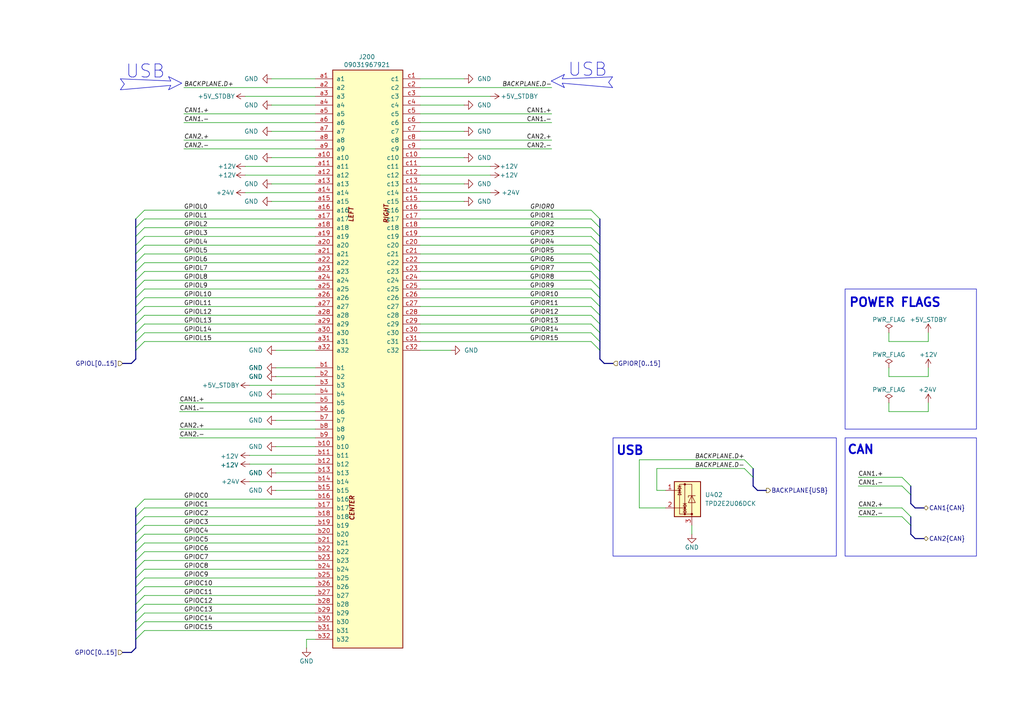
<source format=kicad_sch>
(kicad_sch (version 20250114) (generator "eeschema") (generator_version "9.0")
  (paper "A4")
  (title_block (title "ModuCard GPIO module") (date "2025-04-19") (rev "1.0.0") (company "KoNaR") (comment 1 "Base project authors: Dominik Pluta, Artem Horiunov") (comment 2 "Project author: Dominik Pluta"))
  (lib_symbols
    (symbol "DIN41612_3x32:09031967921" (pin_names (offset 1.016))
      (property "Reference" "J" (at 0 88.9 0))
      (property "Value" "09031967921" (at 0 86.36 0))
      (symbol "09031967921_0_0"
        (rectangle (start -10.16 83.82) (end 10.16 -83.82) (stroke (width 0.254)) (fill (type background)))
      )
      (symbol "09031967921_1_1"
        (text "LEFT" (at -4.826 41.91 900) (effects (font (size 1.27 1.27) (bold yes) (italic yes))))
        (text "CENTER" (at -4.572 -43.18 900) (effects (font (size 1.27 1.27) (bold yes) (italic yes))))
        (text "RIGHT" (at 5.334 42.164 900) (effects (font (size 1.27 1.27) (bold yes) (italic yes))))
        (pin passive line (at -15.24 81.28 0) (length 5.08) (name "a1") (number "a1"))
        (pin passive line (at -15.24 78.74 0) (length 5.08) (name "a2") (number "a2"))
        (pin passive line (at -15.24 76.2 0) (length 5.08) (name "a3") (number "a3"))
        (pin passive line (at -15.24 73.66 0) (length 5.08) (name "a4") (number "a4"))
        (pin passive line (at -15.24 71.12 0) (length 5.08) (name "a5") (number "a5"))
        (pin passive line (at -15.24 68.58 0) (length 5.08) (name "a6") (number "a6"))
        (pin passive line (at -15.24 66.04 0) (length 5.08) (name "a7") (number "a7"))
        (pin passive line (at -15.24 63.5 0) (length 5.08) (name "a8") (number "a8"))
        (pin passive line (at -15.24 60.96 0) (length 5.08) (name "a9") (number "a9"))
        (pin passive line (at -15.24 58.42 0) (length 5.08) (name "a10") (number "a10"))
        (pin passive line (at -15.24 55.88 0) (length 5.08) (name "a11") (number "a11"))
        (pin passive line (at -15.24 53.34 0) (length 5.08) (name "a12") (number "a12"))
        (pin passive line (at -15.24 50.8 0) (length 5.08) (name "a13") (number "a13"))
        (pin passive line (at -15.24 48.26 0) (length 5.08) (name "a14") (number "a14"))
        (pin passive line (at -15.24 45.72 0) (length 5.08) (name "a15") (number "a15"))
        (pin passive line (at -15.24 43.18 0) (length 5.08) (name "a16") (number "a16"))
        (pin passive line (at -15.24 40.64 0) (length 5.08) (name "a17") (number "a17"))
        (pin passive line (at -15.24 38.1 0) (length 5.08) (name "a18") (number "a18"))
        (pin passive line (at -15.24 35.56 0) (length 5.08) (name "a19") (number "a19"))
        (pin passive line (at -15.24 33.02 0) (length 5.08) (name "a20") (number "a20"))
        (pin passive line (at -15.24 30.48 0) (length 5.08) (name "a21") (number "a21"))
        (pin passive line (at -15.24 27.94 0) (length 5.08) (name "a22") (number "a22"))
        (pin passive line (at -15.24 25.4 0) (length 5.08) (name "a23") (number "a23"))
        (pin passive line (at -15.24 22.86 0) (length 5.08) (name "a24") (number "a24"))
        (pin passive line (at -15.24 20.32 0) (length 5.08) (name "a25") (number "a25"))
        (pin passive line (at -15.24 17.78 0) (length 5.08) (name "a26") (number "a26"))
        (pin passive line (at -15.24 15.24 0) (length 5.08) (name "a27") (number "a27"))
        (pin passive line (at -15.24 12.7 0) (length 5.08) (name "a28") (number "a28"))
        (pin passive line (at -15.24 10.16 0) (length 5.08) (name "a29") (number "a29"))
        (pin passive line (at -15.24 7.62 0) (length 5.08) (name "a30") (number "a30"))
        (pin passive line (at -15.24 5.08 0) (length 5.08) (name "a31") (number "a31"))
        (pin passive line (at -15.24 2.54 0) (length 5.08) (name "a32") (number "a32"))
        (pin passive line (at -15.24 -2.54 0) (length 5.08) (name "b1") (number "b1"))
        (pin passive line (at -15.24 -5.08 0) (length 5.08) (name "b2") (number "b2"))
        (pin passive line (at -15.24 -7.62 0) (length 5.08) (name "b3") (number "b3"))
        (pin passive line (at -15.24 -10.16 0) (length 5.08) (name "b4") (number "b4"))
        (pin passive line (at -15.24 -12.7 0) (length 5.08) (name "b5") (number "b5"))
        (pin passive line (at -15.24 -15.24 0) (length 5.08) (name "b6") (number "b6"))
        (pin passive line (at -15.24 -17.78 0) (length 5.08) (name "b7") (number "b7"))
        (pin passive line (at -15.24 -20.32 0) (length 5.08) (name "b8") (number "b8"))
        (pin passive line (at -15.24 -22.86 0) (length 5.08) (name "b9") (number "b9"))
        (pin passive line (at -15.24 -25.4 0) (length 5.08) (name "b10") (number "b10"))
        (pin passive line (at -15.24 -27.94 0) (length 5.08) (name "b11") (number "b11"))
        (pin passive line (at -15.24 -30.48 0) (length 5.08) (name "b12") (number "b12"))
        (pin passive line (at -15.24 -33.02 0) (length 5.08) (name "b13") (number "b13"))
        (pin passive line (at -15.24 -35.56 0) (length 5.08) (name "b14") (number "b14"))
        (pin passive line (at -15.24 -38.1 0) (length 5.08) (name "b15") (number "b15"))
        (pin passive line (at -15.24 -40.64 0) (length 5.08) (name "b16") (number "b16"))
        (pin passive line (at -15.24 -43.18 0) (length 5.08) (name "b17") (number "b17"))
        (pin passive line (at -15.24 -45.72 0) (length 5.08) (name "b18") (number "b18"))
        (pin passive line (at -15.24 -48.26 0) (length 5.08) (name "b19") (number "b19"))
        (pin passive line (at -15.24 -50.8 0) (length 5.08) (name "b20") (number "b20"))
        (pin passive line (at -15.24 -53.34 0) (length 5.08) (name "b21") (number "b21"))
        (pin passive line (at -15.24 -55.88 0) (length 5.08) (name "b22") (number "b22"))
        (pin passive line (at -15.24 -58.42 0) (length 5.08) (name "b23") (number "b23"))
        (pin passive line (at -15.24 -60.96 0) (length 5.08) (name "b24") (number "b24"))
        (pin passive line (at -15.24 -63.5 0) (length 5.08) (name "b25") (number "b25"))
        (pin passive line (at -15.24 -66.04 0) (length 5.08) (name "b26") (number "b26"))
        (pin passive line (at -15.24 -68.58 0) (length 5.08) (name "b27") (number "b27"))
        (pin passive line (at -15.24 -71.12 0) (length 5.08) (name "b28") (number "b28"))
        (pin passive line (at -15.24 -73.66 0) (length 5.08) (name "b29") (number "b29"))
        (pin passive line (at -15.24 -76.2 0) (length 5.08) (name "b30") (number "b30"))
        (pin passive line (at -15.24 -78.74 0) (length 5.08) (name "b31") (number "b31"))
        (pin passive line (at -15.24 -81.28 0) (length 5.08) (name "b32") (number "b32"))
        (pin passive line (at 15.24 81.28 180) (length 5.08) (name "c1") (number "c1"))
        (pin passive line (at 15.24 78.74 180) (length 5.08) (name "c2") (number "c2"))
        (pin passive line (at 15.24 76.2 180) (length 5.08) (name "c3") (number "c3"))
        (pin passive line (at 15.24 73.66 180) (length 5.08) (name "c4") (number "c4"))
        (pin passive line (at 15.24 71.12 180) (length 5.08) (name "c5") (number "c5"))
        (pin passive line (at 15.24 68.58 180) (length 5.08) (name "c6") (number "c6"))
        (pin passive line (at 15.24 66.04 180) (length 5.08) (name "c7") (number "c7"))
        (pin passive line (at 15.24 63.5 180) (length 5.08) (name "c8") (number "c8"))
        (pin passive line (at 15.24 60.96 180) (length 5.08) (name "c9") (number "c9"))
        (pin passive line (at 15.24 58.42 180) (length 5.08) (name "c10") (number "c10"))
        (pin passive line (at 15.24 55.88 180) (length 5.08) (name "c11") (number "c11"))
        (pin passive line (at 15.24 53.34 180) (length 5.08) (name "c12") (number "c12"))
        (pin passive line (at 15.24 50.8 180) (length 5.08) (name "c13") (number "c13"))
        (pin passive line (at 15.24 48.26 180) (length 5.08) (name "c14") (number "c14"))
        (pin passive line (at 15.24 45.72 180) (length 5.08) (name "c15") (number "c15"))
        (pin passive line (at 15.24 43.18 180) (length 5.08) (name "c16") (number "c16"))
        (pin passive line (at 15.24 40.64 180) (length 5.08) (name "c17") (number "c17"))
        (pin passive line (at 15.24 38.1 180) (length 5.08) (name "c18") (number "c18"))
        (pin passive line (at 15.24 35.56 180) (length 5.08) (name "c19") (number "c19"))
        (pin passive line (at 15.24 33.02 180) (length 5.08) (name "c20") (number "c20"))
        (pin passive line (at 15.24 30.48 180) (length 5.08) (name "c21") (number "c21"))
        (pin passive line (at 15.24 27.94 180) (length 5.08) (name "c22") (number "c22"))
        (pin passive line (at 15.24 25.4 180) (length 5.08) (name "c23") (number "c23"))
        (pin passive line (at 15.24 22.86 180) (length 5.08) (name "c24") (number "c24"))
        (pin passive line (at 15.24 20.32 180) (length 5.08) (name "c25") (number "c25"))
        (pin passive line (at 15.24 17.78 180) (length 5.08) (name "c26") (number "c26"))
        (pin passive line (at 15.24 15.24 180) (length 5.08) (name "c27") (number "c27"))
        (pin passive line (at 15.24 12.7 180) (length 5.08) (name "c28") (number "c28"))
        (pin passive line (at 15.24 10.16 180) (length 5.08) (name "c29") (number "c29"))
        (pin passive line (at 15.24 7.62 180) (length 5.08) (name "c30") (number "c30"))
        (pin passive line (at 15.24 5.08 180) (length 5.08) (name "c31") (number "c31"))
        (pin passive line (at 15.24 2.54 180) (length 5.08) (name "c32") (number "c32"))
      )
    )
    (symbol "Power_Protection:TPD2E2U06DCK"
      (property "Reference" "U" (at -3.81 6.35 0))
      (property "Value" "TPD2E2U06DCK" (at 0.508 -6.35 0))
      (symbol "TPD2E2U06DCK_0_1"
        (rectangle (start -5.08 5.08) (end 2.54 -5.08) (stroke (width 0.254)) (fill (type background)))
        (rectangle (start -3.556 4.318) (end 0 -4.318))
        (polyline (pts (xy -3.556 3.81) (xy -4.064 3.048) (xy -3.048 3.048) (xy -3.556 3.81)))
        (circle (center -3.556 2.54) (radius 0.254) (fill (type outline)))
        (polyline (pts (xy -3.556 2.54) (xy -5.08 2.54)))
        (polyline (pts (xy -3.556 2.032) (xy -4.064 1.27) (xy -3.048 1.27) (xy -3.556 2.032)))
        (polyline (pts (xy -3.048 3.81) (xy -4.064 3.81)))
        (polyline (pts (xy -3.048 2.032) (xy -4.064 2.032)))
        (circle (center -2.032 4.318) (radius 0.254) (fill (type outline)))
        (polyline (pts (xy -2.032 -1.27) (xy -2.54 -2.032) (xy -1.524 -2.032) (xy -2.032 -1.27)))
        (circle (center -2.032 -2.54) (radius 0.254) (fill (type outline)))
        (polyline (pts (xy -2.032 -2.54) (xy -5.08 -2.54)))
        (polyline (pts (xy -2.032 -3.048) (xy -2.54 -3.81) (xy -1.524 -3.81) (xy -2.032 -3.048)))
        (circle (center -2.032 -4.318) (radius 0.254) (fill (type outline)))
        (polyline (pts (xy -2.032 -4.318) (xy -2.032 4.318)))
        (polyline (pts (xy -1.524 -1.27) (xy -2.54 -1.27)))
        (polyline (pts (xy -1.524 -3.048) (xy -2.54 -3.048)))
        (polyline (pts (xy 0 1.016) (xy 1.016 -1.016) (xy -1.016 -1.016) (xy 0 1.016)))
        (polyline (pts (xy 0 -4.318) (xy 0 -5.08)))
        (circle (center 0 -4.318) (radius 0.254) (fill (type outline)))
        (polyline (pts (xy 1.016 1.016) (xy -1.016 1.016) (xy -1.016 0.508)))
      )
      (symbol "TPD2E2U06DCK_1_1"
        (pin passive line (at -7.62 2.54 0) (length 2.54) (name "~") (number "1"))
        (pin passive line (at -7.62 -2.54 0) (length 2.54) (name "~") (number "2"))
        (pin passive line (at 0 -7.62 90) (length 2.54) (name "~") (number "3"))
      )
    )
    (symbol "power:+12V" (power) (pin_numbers (hide yes)) (pin_names (offset 0) (hide yes))
      (property "Value" "+12V" (at 0 3.556 0))
      (symbol "+12V_0_1"
        (polyline (pts (xy -0.762 1.27) (xy 0 2.54)))
        (polyline (pts (xy 0 2.54) (xy 0.762 1.27)))
        (polyline (pts (xy 0 0) (xy 0 2.54)))
      )
      (symbol "+12V_1_1"
        (pin power_in line (at 0 0 90) (length 0) (name "~") (number "1"))
      )
    )
    (symbol "power:+5V" (power) (pin_numbers (hide yes)) (pin_names (offset 0) (hide yes))
      (property "Value" "+5V" (at 0 3.556 0))
      (symbol "+5V_0_1"
        (polyline (pts (xy -0.762 1.27) (xy 0 2.54)))
        (polyline (pts (xy 0 2.54) (xy 0.762 1.27)))
        (polyline (pts (xy 0 0) (xy 0 2.54)))
      )
      (symbol "+5V_1_1"
        (pin power_in line (at 0 0 90) (length 0) (name "~") (number "1"))
      )
    )
    (symbol "power:GND" (power) (pin_numbers (hide yes)) (pin_names (offset 0) (hide yes))
      (property "Value" "GND" (at 0 -3.81 0))
      (symbol "GND_0_1"
        (polyline (pts (xy 0 0) (xy 0 -1.27) (xy 1.27 -1.27) (xy 0 -2.54) (xy -1.27 -1.27) (xy 0 -1.27)))
      )
      (symbol "GND_1_1"
        (pin power_in line (at 0 0 270) (length 0) (name "~") (number "1"))
      )
    )
    (symbol "power:PWR_FLAG" (power) (pin_numbers (hide yes)) (pin_names (offset 0) (hide yes))
      (property "Value" "PWR_FLAG" (at 0 3.81 0))
      (symbol "PWR_FLAG_0_0"
        (pin power_out line (at 0 0 90) (length 0) (name "~") (number "1"))
      )
      (symbol "PWR_FLAG_0_1"
        (polyline (pts (xy 0 0) (xy 0 1.27) (xy -1.016 1.905) (xy 0 2.54) (xy 1.016 1.905) (xy 0 1.27)))
      )
    )
  )
  (rectangle (start 245.11 83.82) (end 283.21 124.46))
  (rectangle (start 245.11 127) (end 283.21 161.29))
  (rectangle (start 177.8 127) (end 242.57 161.29))
  (text "USB\n" (at 170.434 20.32 0) (effects (font (size 3.81 3.81))))
  (text "CAN" (at 245.618 130.556 0) (effects (font (size 2.54 2.54) (thickness 0.508) (bold yes)) (justify left)))
  (text "USB\n" (at 42.164 20.828 0) (effects (font (size 3.81 3.81))))
  (text "POWER FLAGS" (at 246.126 87.884 0) (effects (font (size 2.54 2.54) (thickness 0.508) (bold yes)) (justify left)))
  (text "USB" (at 178.562 130.81 0) (effects (font (size 2.54 2.54) (thickness 0.508) (bold yes)) (justify left)))
  (bus_entry (at 215.9 133.35) (size 2.54 2.54))
  (bus_entry (at 171.45 76.2) (size 2.54 2.54))
  (bus_entry (at 41.91 147.32) (size -2.54 2.54))
  (bus_entry (at 41.91 177.8) (size -2.54 2.54))
  (bus_entry (at 171.45 93.98) (size 2.54 2.54))
  (bus_entry (at 264.16 140.97) (size -2.54 -2.54))
  (bus_entry (at 171.45 63.5) (size 2.54 2.54))
  (bus_entry (at 41.91 152.4) (size -2.54 2.54))
  (bus_entry (at 41.91 165.1) (size -2.54 2.54))
  (bus_entry (at 41.91 170.18) (size -2.54 2.54))
  (bus_entry (at 171.45 86.36) (size 2.54 2.54))
  (bus_entry (at 41.91 91.44) (size -2.54 2.54))
  (bus_entry (at 171.45 91.44) (size 2.54 2.54))
  (bus_entry (at 41.91 81.28) (size -2.54 2.54))
  (bus_entry (at 41.91 182.88) (size -2.54 2.54))
  (bus_entry (at 41.91 66.04) (size -2.54 2.54))
  (bus_entry (at 41.91 180.34) (size -2.54 2.54))
  (bus_entry (at 41.91 149.86) (size -2.54 2.54))
  (bus_entry (at 41.91 73.66) (size -2.54 2.54))
  (bus_entry (at 41.91 60.96) (size -2.54 2.54))
  (bus_entry (at 41.91 160.02) (size -2.54 2.54))
  (bus_entry (at 171.45 66.04) (size 2.54 2.54))
  (bus_entry (at 41.91 175.26) (size -2.54 2.54))
  (bus_entry (at 215.9 135.89) (size 2.54 2.54))
  (bus_entry (at 41.91 154.94) (size -2.54 2.54))
  (bus_entry (at 171.45 60.96) (size 2.54 2.54))
  (bus_entry (at 41.91 83.82) (size -2.54 2.54))
  (bus_entry (at 171.45 88.9) (size 2.54 2.54))
  (bus_entry (at 41.91 68.58) (size -2.54 2.54))
  (bus_entry (at 41.91 167.64) (size -2.54 2.54))
  (bus_entry (at 171.45 83.82) (size 2.54 2.54))
  (bus_entry (at 171.45 78.74) (size 2.54 2.54))
  (bus_entry (at 41.91 157.48) (size -2.54 2.54))
  (bus_entry (at 41.91 144.78) (size -2.54 2.54))
  (bus_entry (at 41.91 71.12) (size -2.54 2.54))
  (bus_entry (at 264.16 152.4) (size -2.54 -2.54))
  (bus_entry (at 264.16 149.86) (size -2.54 -2.54))
  (bus_entry (at 41.91 86.36) (size -2.54 2.54))
  (bus_entry (at 41.91 162.56) (size -2.54 2.54))
  (bus_entry (at 41.91 78.74) (size -2.54 2.54))
  (bus_entry (at 171.45 73.66) (size 2.54 2.54))
  (bus_entry (at 171.45 71.12) (size 2.54 2.54))
  (bus_entry (at 171.45 81.28) (size 2.54 2.54))
  (bus_entry (at 41.91 172.72) (size -2.54 2.54))
  (bus_entry (at 41.91 63.5) (size -2.54 2.54))
  (bus_entry (at 171.45 99.06) (size 2.54 2.54))
  (bus_entry (at 264.16 143.51) (size -2.54 -2.54))
  (bus_entry (at 41.91 96.52) (size -2.54 2.54))
  (bus_entry (at 41.91 93.98) (size -2.54 2.54))
  (bus_entry (at 41.91 88.9) (size -2.54 2.54))
  (bus_entry (at 171.45 68.58) (size 2.54 2.54))
  (bus_entry (at 41.91 99.06) (size -2.54 2.54))
  (bus_entry (at 41.91 76.2) (size -2.54 2.54))
  (bus_entry (at 171.45 96.52) (size 2.54 2.54))
  (wire (pts (xy 121.92 50.8) (xy 142.24 50.8)))
  (bus (pts (xy 39.37 73.66) (xy 39.37 76.2)))
  (wire (pts (xy 91.44 165.1) (xy 41.91 165.1)))
  (bus (pts (xy 264.16 143.51) (xy 264.16 140.97)))
  (polyline (pts (xy 34.925 22.86) (xy 49.53 23.495)))
  (bus (pts (xy 39.37 154.94) (xy 39.37 157.48)))
  (wire (pts (xy 91.44 78.74) (xy 41.91 78.74)))
  (wire (pts (xy 130.81 101.6) (xy 121.92 101.6)))
  (bus (pts (xy 39.37 162.56) (xy 39.37 165.1)))
  (wire (pts (xy 171.45 83.82) (xy 121.92 83.82)))
  (wire (pts (xy 257.81 109.22) (xy 269.24 109.22)))
  (wire (pts (xy 261.62 149.86) (xy 248.92 149.86)))
  (bus (pts (xy 39.37 96.52) (xy 39.37 99.06)))
  (wire (pts (xy 121.92 63.5) (xy 171.45 63.5)))
  (polyline (pts (xy 159.893 23.495) (xy 163.703 25.4)))
  (bus (pts (xy 39.37 68.58) (xy 39.37 71.12)))
  (wire (pts (xy 257.81 116.84) (xy 257.81 119.38)))
  (wire (pts (xy 91.44 152.4) (xy 41.91 152.4)))
  (wire (pts (xy 53.34 33.02) (xy 91.44 33.02)))
  (bus (pts (xy 218.44 140.97) (xy 218.44 138.43)))
  (bus (pts (xy 173.99 83.82) (xy 173.99 86.36)))
  (wire (pts (xy 91.44 167.64) (xy 41.91 167.64)))
  (wire (pts (xy 71.12 50.8) (xy 91.44 50.8)))
  (bus (pts (xy 175.26 105.41) (xy 177.8 105.41)))
  (wire (pts (xy 52.07 127) (xy 91.44 127)))
  (bus (pts (xy 264.16 146.05) (xy 264.16 143.51)))
  (wire (pts (xy 121.92 40.64) (xy 160.02 40.64)))
  (bus (pts (xy 39.37 175.26) (xy 39.37 177.8)))
  (wire (pts (xy 261.62 147.32) (xy 248.92 147.32)))
  (wire (pts (xy 193.04 147.32) (xy 185.42 147.32)))
  (wire (pts (xy 91.44 182.88) (xy 41.91 182.88)))
  (wire (pts (xy 91.44 99.06) (xy 41.91 99.06)))
  (wire (pts (xy 78.74 53.34) (xy 91.44 53.34)))
  (bus (pts (xy 264.16 154.94) (xy 265.43 156.21)))
  (wire (pts (xy 78.74 30.48) (xy 91.44 30.48)))
  (polyline (pts (xy 163.068 24.13) (xy 177.673 25.4)))
  (wire (pts (xy 91.44 68.58) (xy 41.91 68.58)))
  (bus (pts (xy 39.37 177.8) (xy 39.37 180.34)))
  (bus (pts (xy 39.37 81.28) (xy 39.37 83.82)))
  (wire (pts (xy 91.44 76.2) (xy 41.91 76.2)))
  (wire (pts (xy 80.01 129.54) (xy 91.44 129.54)))
  (polyline (pts (xy 176.53 23.876) (xy 177.6563 22.2837)))
  (wire (pts (xy 171.45 88.9) (xy 121.92 88.9)))
  (bus (pts (xy 173.99 88.9) (xy 173.99 91.44)))
  (bus (pts (xy 38.1 189.23) (xy 39.37 187.96)))
  (bus (pts (xy 173.99 66.04) (xy 173.99 68.58)))
  (wire (pts (xy 185.42 133.35) (xy 185.42 147.32)))
  (bus (pts (xy 264.16 154.94) (xy 264.16 152.4)))
  (bus (pts (xy 173.99 96.52) (xy 173.99 99.06)))
  (polyline (pts (xy 48.895 22.225) (xy 52.705 24.13)))
  (polyline (pts (xy 36.068 24.384) (xy 34.925 22.86)))
  (wire (pts (xy 72.39 134.62) (xy 91.44 134.62)))
  (wire (pts (xy 269.24 106.68) (xy 269.24 109.22)))
  (wire (pts (xy 41.91 60.96) (xy 91.44 60.96)))
  (bus (pts (xy 175.26 105.41) (xy 173.99 104.14)))
  (wire (pts (xy 171.45 86.36) (xy 121.92 86.36)))
  (wire (pts (xy 171.45 93.98) (xy 121.92 93.98)))
  (wire (pts (xy 41.91 147.32) (xy 91.44 147.32)))
  (wire (pts (xy 53.34 25.4) (xy 91.44 25.4)))
  (wire (pts (xy 121.92 35.56) (xy 160.02 35.56)))
  (wire (pts (xy 121.92 66.04) (xy 171.45 66.04)))
  (wire (pts (xy 53.34 43.18) (xy 91.44 43.18)))
  (bus (pts (xy 39.37 170.18) (xy 39.37 172.72)))
  (wire (pts (xy 261.62 138.43) (xy 248.92 138.43)))
  (bus (pts (xy 39.37 86.36) (xy 39.37 88.9)))
  (wire (pts (xy 91.44 162.56) (xy 41.91 162.56)))
  (wire (pts (xy 91.44 86.36) (xy 41.91 86.36)))
  (wire (pts (xy 91.44 91.44) (xy 41.91 91.44)))
  (bus (pts (xy 39.37 152.4) (xy 39.37 154.94)))
  (wire (pts (xy 91.44 93.98) (xy 41.91 93.98)))
  (bus (pts (xy 38.1 105.41) (xy 39.37 104.14)))
  (wire (pts (xy 52.07 119.38) (xy 91.44 119.38)))
  (bus (pts (xy 265.43 147.32) (xy 267.97 147.32)))
  (wire (pts (xy 121.92 58.42) (xy 134.62 58.42)))
  (polyline (pts (xy 49.53 23.495) (xy 48.895 22.225)))
  (wire (pts (xy 80.01 114.3) (xy 91.44 114.3)))
  (wire (pts (xy 80.01 109.22) (xy 91.44 109.22)))
  (bus (pts (xy 39.37 185.42) (xy 39.37 187.96)))
  (bus (pts (xy 173.99 71.12) (xy 173.99 73.66)))
  (bus (pts (xy 39.37 78.74) (xy 39.37 81.28)))
  (wire (pts (xy 71.12 55.88) (xy 91.44 55.88)))
  (wire (pts (xy 121.92 43.18) (xy 160.02 43.18)))
  (bus (pts (xy 218.44 140.97) (xy 219.71 142.24)))
  (bus (pts (xy 173.99 101.6) (xy 173.99 104.14)))
  (bus (pts (xy 39.37 99.06) (xy 39.37 101.6)))
  (wire (pts (xy 171.45 73.66) (xy 121.92 73.66)))
  (wire (pts (xy 121.92 38.1) (xy 134.62 38.1)))
  (polyline (pts (xy 34.925 26.035) (xy 36.068 24.384)))
  (bus (pts (xy 39.37 165.1) (xy 39.37 167.64)))
  (wire (pts (xy 91.44 154.94) (xy 41.91 154.94)))
  (bus (pts (xy 39.37 83.82) (xy 39.37 86.36)))
  (wire (pts (xy 80.01 137.16) (xy 91.44 137.16)))
  (wire (pts (xy 91.44 170.18) (xy 41.91 170.18)))
  (wire (pts (xy 171.45 78.74) (xy 121.92 78.74)))
  (wire (pts (xy 121.92 30.48) (xy 134.62 30.48)))
  (wire (pts (xy 91.44 83.82) (xy 41.91 83.82)))
  (wire (pts (xy 171.45 99.06) (xy 121.92 99.06)))
  (wire (pts (xy 91.44 180.34) (xy 41.91 180.34)))
  (wire (pts (xy 88.9 185.42) (xy 88.9 187.96)))
  (wire (pts (xy 190.5 135.89) (xy 215.9 135.89)))
  (bus (pts (xy 39.37 180.34) (xy 39.37 182.88)))
  (wire (pts (xy 200.66 152.4) (xy 200.66 154.94)))
  (wire (pts (xy 78.74 22.86) (xy 91.44 22.86)))
  (bus (pts (xy 264.16 146.05) (xy 265.43 147.32)))
  (wire (pts (xy 142.24 48.26) (xy 121.92 48.26)))
  (bus (pts (xy 39.37 182.88) (xy 39.37 185.42)))
  (polyline (pts (xy 52.705 24.13) (xy 48.895 26.035)))
  (wire (pts (xy 91.44 88.9) (xy 41.91 88.9)))
  (bus (pts (xy 264.16 152.4) (xy 264.16 149.86)))
  (wire (pts (xy 257.81 106.68) (xy 257.81 109.22)))
  (bus (pts (xy 39.37 157.48) (xy 39.37 160.02)))
  (bus (pts (xy 173.99 99.06) (xy 173.99 101.6)))
  (wire (pts (xy 41.91 149.86) (xy 91.44 149.86)))
  (wire (pts (xy 72.39 139.7) (xy 91.44 139.7)))
  (wire (pts (xy 91.44 96.52) (xy 41.91 96.52)))
  (wire (pts (xy 269.24 116.84) (xy 269.24 119.38)))
  (bus (pts (xy 39.37 76.2) (xy 39.37 78.74)))
  (bus (pts (xy 173.99 93.98) (xy 173.99 96.52)))
  (wire (pts (xy 190.5 135.89) (xy 190.5 142.24)))
  (wire (pts (xy 171.45 71.12) (xy 121.92 71.12)))
  (wire (pts (xy 185.42 133.35) (xy 215.9 133.35)))
  (bus (pts (xy 173.99 86.36) (xy 173.99 88.9)))
  (wire (pts (xy 257.81 99.06) (xy 269.24 99.06)))
  (wire (pts (xy 80.01 101.6) (xy 91.44 101.6)))
  (bus (pts (xy 173.99 68.58) (xy 173.99 71.12)))
  (wire (pts (xy 91.44 81.28) (xy 41.91 81.28)))
  (wire (pts (xy 121.92 55.88) (xy 142.24 55.88)))
  (wire (pts (xy 171.45 68.58) (xy 121.92 68.58)))
  (bus (pts (xy 39.37 149.86) (xy 39.37 152.4)))
  (wire (pts (xy 134.62 45.72) (xy 121.92 45.72)))
  (bus (pts (xy 39.37 63.5) (xy 39.37 66.04)))
  (wire (pts (xy 257.81 119.38) (xy 269.24 119.38)))
  (wire (pts (xy 171.45 81.28) (xy 121.92 81.28)))
  (bus (pts (xy 218.44 135.89) (xy 218.44 138.43)))
  (wire (pts (xy 52.07 116.84) (xy 91.44 116.84)))
  (wire (pts (xy 121.92 25.4) (xy 160.02 25.4)))
  (wire (pts (xy 261.62 140.97) (xy 248.92 140.97)))
  (wire (pts (xy 257.81 96.52) (xy 257.81 99.06)))
  (wire (pts (xy 80.01 106.68) (xy 91.44 106.68)))
  (polyline (pts (xy 163.068 22.86) (xy 163.703 21.59)))
  (wire (pts (xy 91.44 160.02) (xy 41.91 160.02)))
  (polyline (pts (xy 177.673 25.4) (xy 176.53 23.876)))
  (wire (pts (xy 190.5 142.24) (xy 193.04 142.24)))
  (wire (pts (xy 53.34 35.56) (xy 91.44 35.56)))
  (wire (pts (xy 121.92 60.96) (xy 171.45 60.96)))
  (bus (pts (xy 39.37 172.72) (xy 39.37 175.26)))
  (bus (pts (xy 39.37 71.12) (xy 39.37 73.66)))
  (wire (pts (xy 91.44 157.48) (xy 41.91 157.48)))
  (bus (pts (xy 173.99 78.74) (xy 173.99 81.28)))
  (wire (pts (xy 71.12 48.26) (xy 91.44 48.26)))
  (bus (pts (xy 39.37 93.98) (xy 39.37 96.52)))
  (wire (pts (xy 41.91 66.04) (xy 91.44 66.04)))
  (polyline (pts (xy 49.53 24.765) (xy 34.925 26.035)))
  (bus (pts (xy 173.99 91.44) (xy 173.99 93.98)))
  (wire (pts (xy 91.44 172.72) (xy 41.91 172.72)))
  (polyline (pts (xy 48.895 26.035) (xy 49.53 24.765)))
  (wire (pts (xy 80.01 121.92) (xy 91.44 121.92)))
  (bus (pts (xy 38.1 105.41) (xy 35.56 105.41)))
  (polyline (pts (xy 163.703 25.4) (xy 163.068 24.13)))
  (wire (pts (xy 71.12 27.94) (xy 91.44 27.94)))
  (wire (pts (xy 52.07 124.46) (xy 91.44 124.46)))
  (wire (pts (xy 72.39 132.08) (xy 91.44 132.08)))
  (wire (pts (xy 78.74 58.42) (xy 91.44 58.42)))
  (bus (pts (xy 39.37 147.32) (xy 39.37 149.86)))
  (wire (pts (xy 121.92 33.02) (xy 160.02 33.02)))
  (wire (pts (xy 41.91 144.78) (xy 91.44 144.78)))
  (wire (pts (xy 171.45 76.2) (xy 121.92 76.2)))
  (wire (pts (xy 171.45 96.52) (xy 121.92 96.52)))
  (bus (pts (xy 39.37 101.6) (xy 39.37 104.14)))
  (bus (pts (xy 265.43 156.21) (xy 267.97 156.21)))
  (wire (pts (xy 121.92 22.86) (xy 134.62 22.86)))
  (bus (pts (xy 219.71 142.24) (xy 222.25 142.24)))
  (bus (pts (xy 39.37 167.64) (xy 39.37 170.18)))
  (wire (pts (xy 171.45 91.44) (xy 121.92 91.44)))
  (polyline (pts (xy 163.703 21.59) (xy 159.893 23.495)))
  (wire (pts (xy 91.44 177.8) (xy 41.91 177.8)))
  (wire (pts (xy 78.74 45.72) (xy 91.44 45.72)))
  (wire (pts (xy 88.9 185.42) (xy 91.44 185.42)))
  (wire (pts (xy 91.44 71.12) (xy 41.91 71.12)))
  (wire (pts (xy 41.91 63.5) (xy 91.44 63.5)))
  (wire (pts (xy 91.44 73.66) (xy 41.91 73.66)))
  (wire (pts (xy 269.24 96.52) (xy 269.24 99.06)))
  (bus (pts (xy 173.99 73.66) (xy 173.99 76.2)))
  (bus (pts (xy 39.37 160.02) (xy 39.37 162.56)))
  (bus (pts (xy 39.37 88.9) (xy 39.37 91.44)))
  (bus (pts (xy 38.1 189.23) (xy 35.56 189.23)))
  (polyline (pts (xy 177.6563 22.2837) (xy 163.068 22.86)))
  (bus (pts (xy 173.99 63.5) (xy 173.99 66.04)))
  (bus (pts (xy 39.37 91.44) (xy 39.37 93.98)))
  (wire (pts (xy 53.34 40.64) (xy 91.44 40.64)))
  (wire (pts (xy 121.92 53.34) (xy 134.62 53.34)))
  (wire (pts (xy 80.01 142.24) (xy 91.44 142.24)))
  (bus (pts (xy 173.99 76.2) (xy 173.99 78.74)))
  (wire (pts (xy 78.74 38.1) (xy 91.44 38.1)))
  (wire (pts (xy 72.39 111.76) (xy 91.44 111.76)))
  (wire (pts (xy 121.92 27.94) (xy 142.24 27.94)))
  (wire (pts (xy 91.44 175.26) (xy 41.91 175.26)))
  (bus (pts (xy 39.37 66.04) (xy 39.37 68.58)))
  (bus (pts (xy 173.99 81.28) (xy 173.99 83.82)))
  (label "GPIOL3" (at 53.34 68.58 0))
  (label "GPIOR3" (at 153.67 68.58 0))
  (label "GPIOL4" (at 53.34 71.12 0))
  (label "BACKPLANE.D-" (at 215.9 135.89 180) (effects (font (italic yes))))
  (label "GPIOR11" (at 153.67 88.9 0))
  (label "CAN2.-" (at 52.07 127 0))
  (label "GPIOL15" (at 53.34 99.06 0))
  (label "GPIOR8" (at 153.67 81.28 0))
  (label "CAN1.+" (at 248.92 138.43 0))
  (label "GPIOL2" (at 53.34 66.04 0))
  (label "GPIOC10" (at 53.34 170.18 0))
  (label "CAN2.+" (at 248.92 147.32 0))
  (label "GPIOR13" (at 153.67 93.98 0))
  (label "GPIOL14" (at 53.34 96.52 0))
  (label "GPIOC6" (at 53.34 160.02 0))
  (label "GPIOR9" (at 153.67 83.82 0))
  (label "GPIOR2" (at 153.67 66.04 0))
  (label "BACKPLANE.D+" (at 53.34 25.4 0) (effects (font (italic yes))))
  (label "GPIOR6" (at 153.67 76.2 0))
  (label "GPIOL9" (at 53.34 83.82 0))
  (label "GPIOC14" (at 53.34 180.34 0))
  (label "CAN1.-" (at 248.92 140.97 0))
  (label "CAN2.-" (at 53.34 43.18 0) (effects (font (italic yes))))
  (label "GPIOL5" (at 53.34 73.66 0))
  (label "GPIOC3" (at 53.34 152.4 0))
  (label "GPIOC1" (at 53.34 147.32 0))
  (label "GPIOC15" (at 53.34 182.88 0))
  (label "GPIOC2" (at 53.34 149.86 0))
  (label "GPIOR0" (at 153.67 60.96 0) (effects (font (italic yes))))
  (label "CAN1.-" (at 52.07 119.38 0))
  (label "GPIOL10" (at 53.34 86.36 0))
  (label "GPIOR10" (at 153.67 86.36 0))
  (label "GPIOC13" (at 53.34 177.8 0))
  (label "GPIOL13" (at 53.34 93.98 0))
  (label "GPIOL7" (at 53.34 78.74 0))
  (label "GPIOC8" (at 53.34 165.1 0))
  (label "GPIOC0" (at 53.34 144.78 0))
  (label "CAN1.+" (at 160.02 33.02 180))
  (label "GPIOL12" (at 53.34 91.44 0))
  (label "CAN2.+" (at 52.07 124.46 0))
  (label "GPIOR15" (at 153.67 99.06 0))
  (label "GPIOR4" (at 153.67 71.12 0))
  (label "CAN2.-" (at 248.92 149.86 0))
  (label "GPIOC11" (at 53.34 172.72 0))
  (label "GPIOL8" (at 53.34 81.28 0))
  (label "GPIOL6" (at 53.34 76.2 0))
  (label "CAN1.+" (at 52.07 116.84 0))
  (label "CAN2.+" (at 160.02 40.64 180))
  (label "GPIOC12" (at 53.34 175.26 0))
  (label "GPIOC4" (at 53.34 154.94 0))
  (label "GPIOR5" (at 153.67 73.66 0))
  (label "BACKPLANE.D+" (at 215.9 133.35 180) (effects (font (italic yes))))
  (label "GPIOC5" (at 53.34 157.48 0))
  (label "GPIOC7" (at 53.34 162.56 0))
  (label "GPIOR12" (at 153.67 91.44 0))
  (label "CAN1.+" (at 53.34 33.02 0) (effects (font (italic yes))))
  (label "BACKPLANE.D-" (at 160.02 25.4 180) (effects (font (italic yes))))
  (label "GPIOR7" (at 153.67 78.74 0))
  (label "CAN1.-" (at 53.34 35.56 0) (effects (font (italic yes))))
  (label "GPIOL1" (at 53.34 63.5 0))
  (label "CAN1.-" (at 160.02 35.56 180))
  (label "CAN2.+" (at 53.34 40.64 0) (effects (font (italic yes))))
  (label "GPIOL11" (at 53.34 88.9 0))
  (label "GPIOC9" (at 53.34 167.64 0))
  (label "GPIOR14" (at 153.67 96.52 0))
  (label "GPIOR1" (at 153.67 63.5 0))
  (label "CAN2.-" (at 160.02 43.18 180))
  (label "GPIOL0" (at 53.34 60.96 0))
  (hierarchical_label "CAN2{CAN}" (shape bidirectional) (at 267.97 156.21 0))
  (hierarchical_label "GPIOC[0..15]" (shape input) (at 35.56 189.23 180))
  (hierarchical_label "GPIOR[0..15]" (shape input) (at 177.8 105.41 0))
  (hierarchical_label "BACKPLANE{USB}" (shape output) (at 222.25 142.24 0))
  (hierarchical_label "CAN1{CAN}" (shape bidirectional) (at 267.97 147.32 0))
  (hierarchical_label "GPIOL[0..15]" (shape input) (at 35.56 105.41 180))
  (symbol (lib_id "power:GND") (at 80.01 114.3 270) (unit 1)
    (property "Reference" "#PWR0118" (effects (hide yes)))
    (property "Value" "GND" (at 76.2 114.2999 90) (effects (justify right)))
    (property "Description" "Power symbol creates a global label with name \"GND\" , ground" (effects (hide yes)))
    (instances (project "base-module" (path "" (reference "#PWR0410") (unit 1))) (project "base-module" (path "" (reference "#PWR0118") (unit 1))))
  )
  (symbol (lib_id "power:GND") (at 80.01 121.92 270) (unit 1)
    (property "Reference" "#PWR0119" (effects (hide yes)))
    (property "Value" "GND" (at 76.2 121.9199 90) (effects (justify right)))
    (property "Description" "Power symbol creates a global label with name \"GND\" , ground" (effects (hide yes)))
    (instances (project "base-module" (path "" (reference "#PWR0411") (unit 1))) (project "base-module" (path "" (reference "#PWR0119") (unit 1))))
  )
  (symbol (lib_id "power:GND") (at 80.01 101.6 270) (unit 1)
    (property "Reference" "#PWR0115" (effects (hide yes)))
    (property "Value" "GND" (at 76.2 101.5999 90) (effects (justify right)))
    (property "Description" "Power symbol creates a global label with name \"GND\" , ground" (effects (hide yes)))
    (instances (project "base-module" (path "" (reference "#PWR0407") (unit 1))) (project "base-module" (path "" (reference "#PWR0115") (unit 1))))
  )
  (symbol (lib_id "power:+12V") (at 72.39 132.08 90) (unit 1)
    (property "Reference" "#PWR0106" (effects (hide yes)))
    (property "Value" "+12V" (at 66.548 132.334 90))
    (property "Description" "Power symbol creates a global label with name \"+12V\"" (effects (hide yes)))
    (instances (project "base-module" (path "" (reference "#PWR205") (unit 1))) (project "base-module" (path "" (reference "#PWR0106") (unit 1))))
  )
  (symbol (lib_id "power:+12V") (at 142.24 48.26 270) (mirror x) (unit 1)
    (property "Reference" "#PWR0132" (effects (hide yes)))
    (property "Value" "+12V" (at 147.574 48.26 90))
    (property "Description" "Power symbol creates a global label with name \"+12V\"" (effects (hide yes)))
    (instances (project "base-module" (path "" (reference "#PWR231") (unit 1))) (project "base-module" (path "" (reference "#PWR0132") (unit 1))))
  )
  (symbol (lib_id "power:+5V") (at 142.24 27.94 270) (mirror x) (unit 1)
    (property "Reference" "#PWR0131" (effects (hide yes)))
    (property "Value" "+5V_STDBY" (at 150.622 27.94 90))
    (property "Description" "Power symbol creates a global label with name \"+5V\"" (effects (hide yes)))
    (instances (project "base-module" (path "" (reference "#PWR230") (unit 1))) (project "base-module" (path "" (reference "#PWR0131") (unit 1))))
  )
  (symbol (lib_id "power:GND") (at 78.74 53.34 270) (unit 1)
    (property "Reference" "#PWR0113" (effects (hide yes)))
    (property "Value" "GND" (at 74.93 53.3399 90) (effects (justify right)))
    (property "Description" "Power symbol creates a global label with name \"GND\" , ground" (effects (hide yes)))
    (instances (project "" (path "" (reference "#PWR0468") (unit 1))) (project "" (path "" (reference "#PWR0113") (unit 1))))
  )
  (symbol (lib_id "power:+12V") (at 72.39 134.62 90) (unit 1)
    (property "Reference" "#PWR0107" (effects (hide yes)))
    (property "Value" "+12V" (at 66.548 134.874 90))
    (property "Description" "Power symbol creates a global label with name \"+12V\"" (effects (hide yes)))
    (instances (project "base-module" (path "" (reference "#PWR206") (unit 1))) (project "base-module" (path "" (reference "#PWR0107") (unit 1))))
  )
  (symbol (lib_id "power:+12V") (at 269.24 106.68 0) (mirror y) (unit 1)
    (property "Reference" "#PWR0137" (effects (hide yes)))
    (property "Value" "+12V" (at 269.24 102.87 0))
    (property "Description" "Power symbol creates a global label with name \"+12V\"" (effects (hide yes)))
    (instances (project "base-module" (path "" (reference "#PWR907") (unit 1))) (project "base-module" (path "" (reference "#PWR0137") (unit 1))))
  )
  (symbol (lib_id "power:GND") (at 80.01 129.54 270) (unit 1)
    (property "Reference" "#PWR0120" (effects (hide yes)))
    (property "Value" "GND" (at 76.2 129.5399 90) (effects (justify right)))
    (property "Description" "Power symbol creates a global label with name \"GND\" , ground" (effects (hide yes)))
    (instances (project "base-module" (path "" (reference "#PWR0416") (unit 1))) (project "base-module" (path "" (reference "#PWR0120") (unit 1))))
  )
  (symbol (lib_id "power:GND") (at 134.62 45.72 90) (unit 1)
    (property "Reference" "#PWR0128" (effects (hide yes)))
    (property "Value" "GND" (at 138.43 45.7199 90) (effects (justify right)))
    (property "Description" "Power symbol creates a global label with name \"GND\" , ground" (effects (hide yes)))
    (instances (project "base-module" (path "" (reference "#PWR0465") (unit 1))) (project "base-module" (path "" (reference "#PWR0128") (unit 1))))
  )
  (symbol (lib_id "power:GND") (at 80.01 142.24 270) (unit 1)
    (property "Reference" "#PWR0122" (effects (hide yes)))
    (property "Value" "GND" (at 76.2 142.2399 90) (effects (justify right)))
    (property "Description" "Power symbol creates a global label with name \"GND\" , ground" (effects (hide yes)))
    (instances (project "base-module" (path "" (reference "#PWR0418") (unit 1))) (project "base-module" (path "" (reference "#PWR0122") (unit 1))))
  )
  (symbol (lib_id "power:+12V") (at 72.39 139.7 90) (unit 1)
    (property "Reference" "#PWR0108" (effects (hide yes)))
    (property "Value" "+24V" (at 66.802 139.7 90))
    (property "Description" "Power symbol creates a global label with name \"+12V\"" (effects (hide yes)))
    (instances (project "base-module" (path "" (reference "#PWR207") (unit 1))) (project "base-module" (path "" (reference "#PWR0108") (unit 1))))
  )
  (symbol (lib_id "power:PWR_FLAG") (at 257.81 116.84 0) (unit 1)
    (property "Reference" "#FLG03" (effects (hide yes)))
    (property "Value" "PWR_FLAG" (at 257.81 113.03 0))
    (property "Description" "Special symbol for telling ERC where power comes from" (effects (hide yes)))
    (instances (project "base-module" (path "" (reference "#FLG904") (unit 1))) (project "base-module" (path "" (reference "#FLG03") (unit 1))))
  )
  (symbol (lib_id "power:+12V") (at 142.24 50.8 270) (mirror x) (unit 1)
    (property "Reference" "#PWR0133" (effects (hide yes)))
    (property "Value" "+12V" (at 147.574 50.8 90))
    (property "Description" "Power symbol creates a global label with name \"+12V\"" (effects (hide yes)))
    (instances (project "base-module" (path "" (reference "#PWR232") (unit 1))) (project "base-module" (path "" (reference "#PWR0133") (unit 1))))
  )
  (symbol (lib_id "power:GND") (at 134.62 38.1 90) (unit 1)
    (property "Reference" "#PWR0127" (effects (hide yes)))
    (property "Value" "GND" (at 138.43 38.0999 90) (effects (justify right)))
    (property "Description" "Power symbol creates a global label with name \"GND\" , ground" (effects (hide yes)))
    (instances (project "base-module" (path "" (reference "#PWR0444") (unit 1))) (project "base-module" (path "" (reference "#PWR0127") (unit 1))))
  )
  (symbol (lib_id "power:+12V") (at 142.24 55.88 270) (mirror x) (unit 1)
    (property "Reference" "#PWR0134" (effects (hide yes)))
    (property "Value" "+24V" (at 148.082 55.88 90))
    (property "Description" "Power symbol creates a global label with name \"+12V\"" (effects (hide yes)))
    (instances (project "base-module" (path "" (reference "#PWR233") (unit 1))) (project "base-module" (path "" (reference "#PWR0134") (unit 1))))
  )
  (symbol (lib_id "power:GND") (at 80.01 109.22 270) (unit 1)
    (property "Reference" "#PWR0117" (effects (hide yes)))
    (property "Value" "GND" (at 76.2 109.2199 90) (effects (justify right)))
    (property "Description" "Power symbol creates a global label with name \"GND\" , ground" (effects (hide yes)))
    (instances (project "base-module" (path "" (reference "#PWR0409") (unit 1))) (project "base-module" (path "" (reference "#PWR0117") (unit 1))))
  )
  (symbol (lib_id "power:GND") (at 78.74 45.72 270) (unit 1)
    (property "Reference" "#PWR0112" (effects (hide yes)))
    (property "Value" "GND" (at 74.93 45.7199 90) (effects (justify right)))
    (property "Description" "Power symbol creates a global label with name \"GND\" , ground" (effects (hide yes)))
    (instances (project "base-module" (path "" (reference "#PWR0406") (unit 1))) (project "base-module" (path "" (reference "#PWR0112") (unit 1))))
  )
  (symbol (lib_id "power:GND") (at 78.74 22.86 270) (unit 1)
    (property "Reference" "#PWR0109" (effects (hide yes)))
    (property "Value" "GND" (at 74.93 22.8599 90) (effects (justify right)))
    (property "Description" "Power symbol creates a global label with name \"GND\" , ground" (effects (hide yes)))
    (instances (project "" (path "" (reference "#PWR0403") (unit 1))) (project "" (path "" (reference "#PWR0109") (unit 1))))
  )
  (symbol (lib_id "power:GND") (at 80.01 137.16 270) (unit 1)
    (property "Reference" "#PWR0121" (effects (hide yes)))
    (property "Value" "GND" (at 76.2 137.1599 90) (effects (justify right)))
    (property "Description" "Power symbol creates a global label with name \"GND\" , ground" (effects (hide yes)))
    (instances (project "base-module" (path "" (reference "#PWR0417") (unit 1))) (project "base-module" (path "" (reference "#PWR0121") (unit 1))))
  )
  (symbol (lib_id "power:GND") (at 88.9 187.96 0) (unit 1)
    (property "Reference" "#PWR0123" (effects (hide yes)))
    (property "Value" "GND" (at 88.9 191.77 0))
    (property "Description" "Power symbol creates a global label with name \"GND\" , ground" (effects (hide yes)))
    (instances (project "base-module" (path "" (reference "#PWR222") (unit 1))) (project "base-module" (path "" (reference "#PWR0123") (unit 1))))
  )
  (symbol (lib_id "power:GND") (at 78.74 38.1 270) (unit 1)
    (property "Reference" "#PWR0111" (effects (hide yes)))
    (property "Value" "GND" (at 74.93 38.0999 90) (effects (justify right)))
    (property "Description" "Power symbol creates a global label with name \"GND\" , ground" (effects (hide yes)))
    (instances (project "base-module" (path "" (reference "#PWR0405") (unit 1))) (project "base-module" (path "" (reference "#PWR0111") (unit 1))))
  )
  (symbol (lib_id "power:GND") (at 130.81 101.6 90) (unit 1)
    (property "Reference" "#PWR0124" (effects (hide yes)))
    (property "Value" "GND" (at 134.62 101.5999 90) (effects (justify right)))
    (property "Description" "Power symbol creates a global label with name \"GND\" , ground" (effects (hide yes)))
    (instances (project "base-module" (path "" (reference "#PWR0422") (unit 1))) (project "base-module" (path "" (reference "#PWR0124") (unit 1))))
  )
  (symbol (lib_id "power:+12V") (at 269.24 116.84 0) (mirror y) (unit 1)
    (property "Reference" "#PWR0138" (effects (hide yes)))
    (property "Value" "+24V" (at 268.986 113.03 0))
    (property "Description" "Power symbol creates a global label with name \"+12V\"" (effects (hide yes)))
    (instances (project "base-module" (path "" (reference "#PWR908") (unit 1))) (project "base-module" (path "" (reference "#PWR0138") (unit 1))))
  )
  (symbol (lib_id "power:+5V") (at 269.24 96.52 0) (mirror y) (unit 1)
    (property "Reference" "#PWR0136" (effects (hide yes)))
    (property "Value" "+5V_STDBY" (at 269.24 92.71 0))
    (property "Description" "Power symbol creates a global label with name \"+5V\"" (effects (hide yes)))
    (instances (project "base-module" (path "" (reference "#PWR906") (unit 1))) (project "base-module" (path "" (reference "#PWR0136") (unit 1))))
  )
  (symbol (lib_id "power:+5V") (at 71.12 27.94 90) (mirror x) (unit 1)
    (property "Reference" "#PWR0101" (effects (hide yes)))
    (property "Value" "+5V_STDBY" (at 62.738 27.94 90))
    (property "Description" "Power symbol creates a global label with name \"+5V\"" (effects (hide yes)))
    (instances (project "base-module" (path "" (reference "#PWR200") (unit 1))) (project "base-module" (path "" (reference "#PWR0101") (unit 1))))
  )
  (symbol (lib_id "power:GND") (at 134.62 30.48 90) (unit 1)
    (property "Reference" "#PWR0126" (effects (hide yes)))
    (property "Value" "GND" (at 138.43 30.4799 90) (effects (justify right)))
    (property "Description" "Power symbol creates a global label with name \"GND\" , ground" (effects (hide yes)))
    (instances (project "base-module" (path "" (reference "#PWR0437") (unit 1))) (project "base-module" (path "" (reference "#PWR0126") (unit 1))))
  )
  (symbol (lib_id "DIN41612_3x32:09031967921") (at 106.68 104.14 0) (unit 1)
    (property "Reference" "J6" (at 106.426 16.51 0))
    (property "Value" "09031967921" (at 106.426 18.796 0))
    (property "Footprint" "Connector_DIN:DIN41612_R_3x32_Female_Horizontal_THT" (effects (hide yes)))
    (property "MF" "Harting" (effects (hide yes)))
    (property "MAXIMUM_PACKAGE_HEIGHT" "11 mm" (effects (hide yes)))
    (property "Package" "None" (effects (hide yes)))
    (property "Price" "None" (effects (hide yes)))
    (property "Check_prices" "https://www.snapeda.com/parts/0903-196-7921/Harting/view-part/?ref=eda" (effects (hide yes)))
    (property "STANDARD" "Manufacturer recommendations" (effects (hide yes)))
    (property "PARTREV" "D" (effects (hide yes)))
    (property "SnapEDA_Link" "https://www.snapeda.com/parts/0903-196-7921/Harting/view-part/?ref=snap" (effects (hide yes)))
    (property "MP" "0903-196-7921" (effects (hide yes)))
    (property "Description_1" "\n                        \n                            CONNECTOR, DIN 41612, PLUG, THT, RA, 96P; Product Range: Type C Series; No. of Contacts: 96Contacts; Gender: Plug; Pitch Spacing: 2.54mm; No. of Rows: 3 Row; Rows Loaded: a + b + c; Contact Plating: Gold Plated Contacts; Contact Material: Brass; No. of Mating Cycles: 50; SVHC: No SVHC (15-Jan-2018); Contact Resistance: 15mohm; Contact Termination: Through Hole Right Angle; Contact Termination Type: Through Hole; Current Rating: 2A; Flammability Rating: UL94V-0; Insulation Resistance: 1000000Mohm; Insulator Material: PET (Polyester); Lead Spacing: 2.54mm; No. of Rows: 3Rows; Operating Temperature Max: 125°C; Operating Temperature Min: -65°C; Termination Method: Solder; Working Voltage: 250V\n                        \n" (effects (hide yes)))
    (property "Availability" "In Stock" (effects (hide yes)))
    (property "MANUFACTURER" "HARTING" (effects (hide yes)))
    (instances (project "base-module" (path "" (reference "J200") (unit 1))) (project "base-module" (path "" (reference "J6") (unit 1))))
  )
  (symbol (lib_id "power:GND") (at 134.62 22.86 90) (unit 1)
    (property "Reference" "#PWR0125" (effects (hide yes)))
    (property "Value" "GND" (at 138.43 22.8599 90) (effects (justify right)))
    (property "Description" "Power symbol creates a global label with name \"GND\" , ground" (effects (hide yes)))
    (instances (project "base-module" (path "" (reference "#PWR0423") (unit 1))) (project "base-module" (path "" (reference "#PWR0125") (unit 1))))
  )
  (symbol (lib_id "power:+5V") (at 72.39 111.76 90) (mirror x) (unit 1)
    (property "Reference" "#PWR0105" (effects (hide yes)))
    (property "Value" "+5V_STDBY" (at 64.008 111.76 90))
    (property "Description" "Power symbol creates a global label with name \"+5V\"" (effects (hide yes)))
    (instances (project "base-module" (path "" (reference "#PWR204") (unit 1))) (project "base-module" (path "" (reference "#PWR0105") (unit 1))))
  )
  (symbol (lib_id "power:+12V") (at 71.12 50.8 90) (unit 1)
    (property "Reference" "#PWR0103" (effects (hide yes)))
    (property "Value" "+12V" (at 65.786 50.8 90))
    (property "Description" "Power symbol creates a global label with name \"+12V\"" (effects (hide yes)))
    (instances (project "base-module" (path "" (reference "#PWR202") (unit 1))) (project "base-module" (path "" (reference "#PWR0103") (unit 1))))
  )
  (symbol (lib_id "Power_Protection:TPD2E2U06DCK") (at 200.66 144.78 0) (unit 1)
    (property "Reference" "U11" (at 204.47 143.5099 0) (effects (justify left)))
    (property "Value" "TPD2E2U06DCK" (at 204.47 146.0499 0) (effects (justify left)))
    (property "Footprint" "Package_TO_SOT_SMD:SOT-323_SC-70" (effects (hide yes)))
    (property "Datasheet" "http://www.ti.com/lit/ds/symlink/tpd2e2u06.pdf" (effects (hide yes)))
    (property "Description" "Dual-Channel High-Speed ESD Protection, SC-70" (effects (hide yes)))
    (instances (project "base-module" (path "" (reference "U402") (unit 1))) (project "base-module" (path "" (reference "U11") (unit 1))))
  )
  (symbol (lib_id "power:PWR_FLAG") (at 257.81 106.68 0) (unit 1)
    (property "Reference" "#FLG02" (effects (hide yes)))
    (property "Value" "PWR_FLAG" (at 257.81 102.87 0))
    (property "Description" "Special symbol for telling ERC where power comes from" (effects (hide yes)))
    (instances (project "base-module" (path "" (reference "#FLG903") (unit 1))) (project "base-module" (path "" (reference "#FLG02") (unit 1))))
  )
  (symbol (lib_id "power:+12V") (at 71.12 55.88 90) (mirror x) (unit 1)
    (property "Reference" "#PWR0104" (effects (hide yes)))
    (property "Value" "+24V" (at 65.278 55.88 90))
    (property "Description" "Power symbol creates a global label with name \"+12V\"" (effects (hide yes)))
    (instances (project "base-module" (path "" (reference "#PWR203") (unit 1))) (project "base-module" (path "" (reference "#PWR0104") (unit 1))))
  )
  (symbol (lib_id "power:GND") (at 78.74 58.42 270) (unit 1)
    (property "Reference" "#PWR0114" (effects (hide yes)))
    (property "Value" "GND" (at 74.93 58.4199 90) (effects (justify right)))
    (property "Description" "Power symbol creates a global label with name \"GND\" , ground" (effects (hide yes)))
    (instances (project "" (path "" (reference "#PWR0469") (unit 1))) (project "" (path "" (reference "#PWR0114") (unit 1))))
  )
  (symbol (lib_id "power:PWR_FLAG") (at 257.81 96.52 0) (unit 1)
    (property "Reference" "#FLG01" (effects (hide yes)))
    (property "Value" "PWR_FLAG" (at 257.81 92.71 0))
    (property "Description" "Special symbol for telling ERC where power comes from" (effects (hide yes)))
    (instances (project "base-module" (path "" (reference "#FLG902") (unit 1))) (project "base-module" (path "" (reference "#FLG01") (unit 1))))
  )
  (symbol (lib_id "power:GND") (at 134.62 53.34 90) (unit 1)
    (property "Reference" "#PWR0129" (effects (hide yes)))
    (property "Value" "GND" (at 138.43 53.3399 90) (effects (justify right)))
    (property "Description" "Power symbol creates a global label with name \"GND\" , ground" (effects (hide yes)))
    (instances (project "base-module" (path "" (reference "#PWR0466") (unit 1))) (project "base-module" (path "" (reference "#PWR0129") (unit 1))))
  )
  (symbol (lib_id "power:GND") (at 200.66 154.94 0) (unit 1)
    (property "Reference" "#PWR0135" (effects (hide yes)))
    (property "Value" "GND" (at 200.66 158.75 0))
    (property "Description" "Power symbol creates a global label with name \"GND\" , ground" (effects (hide yes)))
    (instances (project "base-module" (path "" (reference "#PWR235") (unit 1))) (project "base-module" (path "" (reference "#PWR0135") (unit 1))))
  )
  (symbol (lib_id "power:GND") (at 78.74 30.48 270) (unit 1)
    (property "Reference" "#PWR0110" (effects (hide yes)))
    (property "Value" "GND" (at 74.93 30.4799 90) (effects (justify right)))
    (property "Description" "Power symbol creates a global label with name \"GND\" , ground" (effects (hide yes)))
    (instances (project "base-module" (path "" (reference "#PWR0404") (unit 1))) (project "base-module" (path "" (reference "#PWR0110") (unit 1))))
  )
  (symbol (lib_id "power:+12V") (at 71.12 48.26 90) (unit 1)
    (property "Reference" "#PWR0102" (effects (hide yes)))
    (property "Value" "+12V" (at 65.786 48.26 90))
    (property "Description" "Power symbol creates a global label with name \"+12V\"" (effects (hide yes)))
    (instances (project "base-module" (path "" (reference "#PWR201") (unit 1))) (project "base-module" (path "" (reference "#PWR0102") (unit 1))))
  )
  (symbol (lib_id "power:GND") (at 134.62 58.42 90) (unit 1)
    (property "Reference" "#PWR0130" (effects (hide yes)))
    (property "Value" "GND" (at 138.43 58.4199 90) (effects (justify right)))
    (property "Description" "Power symbol creates a global label with name \"GND\" , ground" (effects (hide yes)))
    (instances (project "base-module" (path "" (reference "#PWR0467") (unit 1))) (project "base-module" (path "" (reference "#PWR0130") (unit 1))))
  )
  (symbol (lib_id "power:GND") (at 80.01 106.68 270) (unit 1)
    (property "Reference" "#PWR0116" (effects (hide yes)))
    (property "Value" "GND" (at 76.2 106.6799 90) (effects (justify right)))
    (property "Description" "Power symbol creates a global label with name \"GND\" , ground" (effects (hide yes)))
    (instances (project "base-module" (path "" (reference "#PWR0408") (unit 1))) (project "base-module" (path "" (reference "#PWR0116") (unit 1))))
  )
)
</source>
